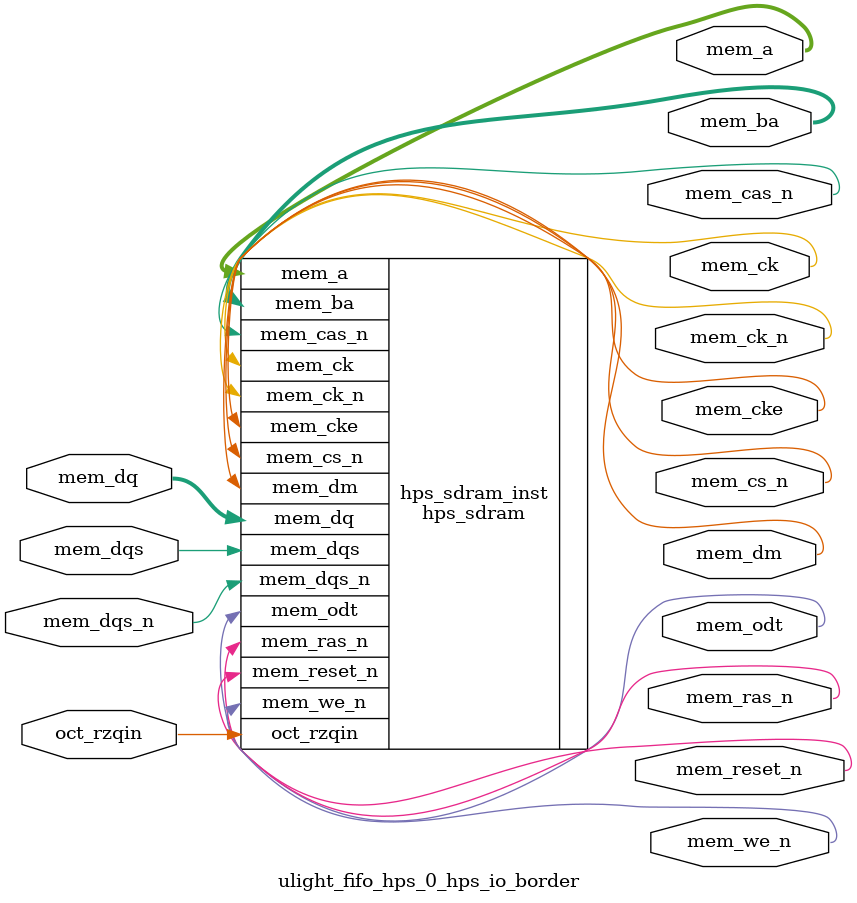
<source format=sv>


module ulight_fifo_hps_0_hps_io_border(
// memory
  output wire [13 - 1 : 0 ] mem_a
 ,output wire [3 - 1 : 0 ] mem_ba
 ,output wire [1 - 1 : 0 ] mem_ck
 ,output wire [1 - 1 : 0 ] mem_ck_n
 ,output wire [1 - 1 : 0 ] mem_cke
 ,output wire [1 - 1 : 0 ] mem_cs_n
 ,output wire [1 - 1 : 0 ] mem_ras_n
 ,output wire [1 - 1 : 0 ] mem_cas_n
 ,output wire [1 - 1 : 0 ] mem_we_n
 ,output wire [1 - 1 : 0 ] mem_reset_n
 ,inout wire [8 - 1 : 0 ] mem_dq
 ,inout wire [1 - 1 : 0 ] mem_dqs
 ,inout wire [1 - 1 : 0 ] mem_dqs_n
 ,output wire [1 - 1 : 0 ] mem_odt
 ,output wire [1 - 1 : 0 ] mem_dm
 ,input wire [1 - 1 : 0 ] oct_rzqin
);


hps_sdram hps_sdram_inst(
 .mem_dq({
    mem_dq[7:0] // 7:0
  })
,.mem_odt({
    mem_odt[0:0] // 0:0
  })
,.mem_ras_n({
    mem_ras_n[0:0] // 0:0
  })
,.mem_dqs_n({
    mem_dqs_n[0:0] // 0:0
  })
,.mem_dqs({
    mem_dqs[0:0] // 0:0
  })
,.mem_dm({
    mem_dm[0:0] // 0:0
  })
,.mem_we_n({
    mem_we_n[0:0] // 0:0
  })
,.mem_cas_n({
    mem_cas_n[0:0] // 0:0
  })
,.mem_ba({
    mem_ba[2:0] // 2:0
  })
,.mem_a({
    mem_a[12:0] // 12:0
  })
,.mem_cs_n({
    mem_cs_n[0:0] // 0:0
  })
,.mem_ck({
    mem_ck[0:0] // 0:0
  })
,.mem_cke({
    mem_cke[0:0] // 0:0
  })
,.oct_rzqin({
    oct_rzqin[0:0] // 0:0
  })
,.mem_reset_n({
    mem_reset_n[0:0] // 0:0
  })
,.mem_ck_n({
    mem_ck_n[0:0] // 0:0
  })
);

endmodule


</source>
